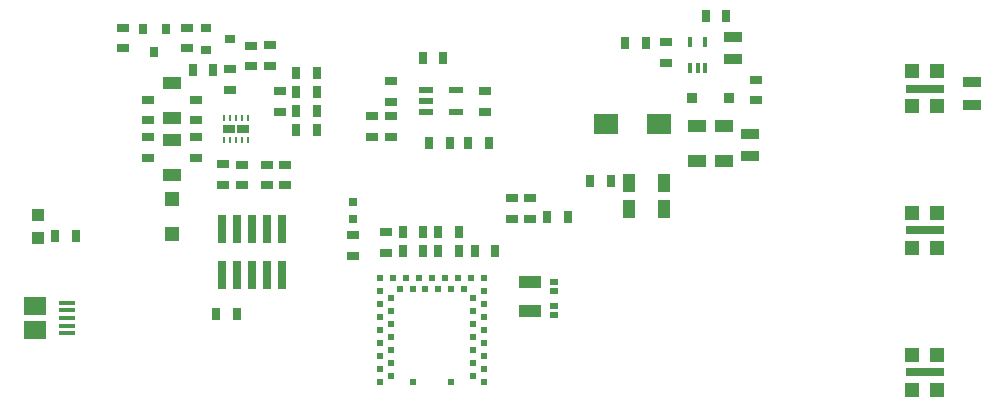
<source format=gbr>
%TF.GenerationSoftware,KiCad,Pcbnew,(5.1.2)-1*%
%TF.CreationDate,2019-05-30T14:12:01+02:00*%
%TF.ProjectId,LEOLED_rev1,4c454f4c-4544-45f7-9265-76312e6b6963,1*%
%TF.SameCoordinates,Original*%
%TF.FileFunction,Paste,Top*%
%TF.FilePolarity,Positive*%
%FSLAX46Y46*%
G04 Gerber Fmt 4.6, Leading zero omitted, Abs format (unit mm)*
G04 Created by KiCad (PCBNEW (5.1.2)-1) date 2019-05-30 14:12:01*
%MOMM*%
%LPD*%
G04 APERTURE LIST*
%ADD10R,1.900000X1.500000*%
%ADD11R,1.350000X0.400000*%
%ADD12R,0.500000X0.500000*%
%ADD13R,0.800000X0.800000*%
%ADD14R,1.000000X0.670000*%
%ADD15R,0.670000X1.000000*%
%ADD16R,1.100000X1.100000*%
%ADD17R,0.250000X0.500000*%
%ADD18R,1.080000X0.720000*%
%ADD19R,1.220000X1.250000*%
%ADD20R,1.500000X0.970000*%
%ADD21R,3.200000X0.700000*%
%ADD22R,1.150000X1.300000*%
%ADD23R,0.900000X0.950000*%
%ADD24R,1.900000X1.100000*%
%ADD25R,1.600000X1.000000*%
%ADD26R,0.650000X0.575000*%
%ADD27R,1.000000X1.600000*%
%ADD28R,0.740000X2.400000*%
%ADD29R,2.000000X1.800000*%
%ADD30R,0.900000X0.800000*%
%ADD31R,0.800000X0.900000*%
%ADD32R,1.300000X0.550000*%
%ADD33R,0.400000X0.900000*%
G04 APERTURE END LIST*
D10*
X1400000Y11300000D03*
D11*
X4100000Y10300000D03*
X4100000Y9650000D03*
X4100000Y9000000D03*
X4100000Y11600000D03*
X4100000Y10950000D03*
D10*
X1400000Y9300000D03*
D12*
X36650000Y4850000D03*
X33350000Y4850000D03*
X30600000Y4850000D03*
X31500000Y5400000D03*
X30600000Y5950000D03*
X31500000Y6500000D03*
X30600000Y7050000D03*
X31500000Y7600000D03*
X30600000Y8150000D03*
X31500000Y8700000D03*
X30600000Y9250000D03*
X31500000Y9800000D03*
X30600000Y10350000D03*
X31500000Y10900000D03*
X30600000Y11450000D03*
X31500000Y12000000D03*
X30600000Y12550000D03*
X30600000Y13650000D03*
X31700000Y13650000D03*
X32250000Y12750000D03*
X32800000Y13650000D03*
X33350000Y12750000D03*
X33900000Y13650000D03*
X34450000Y12750000D03*
X35000000Y13650000D03*
X35550000Y12750000D03*
X36100000Y13650000D03*
X36650000Y12750000D03*
X37200000Y13650000D03*
X37750000Y12750000D03*
X38300000Y13650000D03*
X39400000Y13650000D03*
X39400000Y12550000D03*
X38500000Y12000000D03*
X39400000Y11450000D03*
X38500000Y10900000D03*
X39400000Y10350000D03*
X38500000Y9800000D03*
X39400000Y9250000D03*
X38500000Y8700000D03*
X39400000Y8150000D03*
X38500000Y7600000D03*
X39400000Y7050000D03*
X38500000Y6500000D03*
X39400000Y5950000D03*
X38500000Y5400000D03*
X39400000Y4850000D03*
D13*
X28300000Y18630000D03*
X28300000Y20130000D03*
D14*
X43330000Y20435000D03*
X43330000Y18685000D03*
D15*
X44725000Y18840000D03*
X46475000Y18840000D03*
X3105000Y17200000D03*
X4855000Y17200000D03*
D16*
X1640000Y17050000D03*
X1640000Y19050000D03*
D14*
X41760000Y20425000D03*
X41760000Y18675000D03*
D15*
X16475000Y31300000D03*
X14725000Y31300000D03*
D17*
X17395517Y25349479D03*
X17895517Y25349479D03*
X18395517Y25349479D03*
X18895517Y25349479D03*
X19395517Y25349479D03*
X19395517Y27249479D03*
X18895517Y27249479D03*
X18395517Y27249479D03*
X17895517Y27249479D03*
X17395517Y27249479D03*
D18*
X18995517Y26299479D03*
X17795517Y26299479D03*
D19*
X13000000Y17425000D03*
X13000000Y20375000D03*
D20*
X60447686Y34090830D03*
X60447686Y32180830D03*
X80700000Y30255000D03*
X80700000Y28345000D03*
D21*
X76700000Y29700000D03*
D22*
X75675000Y28225000D03*
X77725000Y28225000D03*
X75675000Y31175000D03*
X77725000Y31175000D03*
D21*
X76700000Y17700000D03*
D22*
X75675000Y16225000D03*
X77725000Y16225000D03*
X75675000Y19175000D03*
X77725000Y19175000D03*
D21*
X76700000Y5700000D03*
D22*
X75675000Y4225000D03*
X77725000Y4225000D03*
X75675000Y7175000D03*
X77725000Y7175000D03*
D23*
X56972686Y28880830D03*
X60122686Y28880830D03*
D24*
X43332650Y13348958D03*
X43332650Y10848958D03*
D14*
X10995517Y25574479D03*
X10995517Y23824479D03*
X14995517Y25574479D03*
X14995517Y23824479D03*
X31500000Y28600000D03*
X31500000Y30350000D03*
X22595517Y21524479D03*
X22595517Y23274479D03*
X18895517Y21524479D03*
X18895517Y23274479D03*
D15*
X35525000Y16000000D03*
X37275000Y16000000D03*
D14*
X10995517Y27024479D03*
X10995517Y28774479D03*
X14995517Y27024479D03*
X14995517Y28774479D03*
X31500000Y27375000D03*
X31500000Y25625000D03*
X29900000Y27375000D03*
X29900000Y25625000D03*
D15*
X40375000Y16000000D03*
X38625000Y16000000D03*
X48368471Y21922623D03*
X50118471Y21922623D03*
D14*
X54847686Y31905830D03*
X54847686Y33655830D03*
D25*
X12995517Y25399479D03*
X12995517Y22399479D03*
X12995517Y27199479D03*
X12995517Y30199479D03*
D26*
X45332650Y10511458D03*
X45332650Y11286458D03*
X45332650Y12598958D03*
X45332650Y13373958D03*
D27*
X54643471Y21722623D03*
X51643471Y21722623D03*
X54643471Y19522623D03*
X51643471Y19522623D03*
D25*
X57463439Y23545033D03*
X57463439Y26545033D03*
X59763439Y23545033D03*
X59763439Y26545033D03*
D28*
X17260000Y13950000D03*
X17260000Y17850000D03*
X18530000Y13950000D03*
X18530000Y17850000D03*
X19800000Y13950000D03*
X19800000Y17850000D03*
X21070000Y13950000D03*
X21070000Y17850000D03*
X22340000Y13950000D03*
X22340000Y17850000D03*
D29*
X49697686Y26680830D03*
X54197686Y26680830D03*
D30*
X17895517Y33899479D03*
X15895517Y32949479D03*
X15895517Y34849479D03*
D31*
X11500000Y32800000D03*
X10550000Y34800000D03*
X12450000Y34800000D03*
D15*
X25275000Y29400000D03*
X23525000Y29400000D03*
X25275000Y27800000D03*
X23525000Y27800000D03*
D14*
X19700000Y33350000D03*
X19700000Y31600000D03*
D15*
X23525000Y31000000D03*
X25275000Y31000000D03*
X23525000Y26200000D03*
X25275000Y26200000D03*
D14*
X21300000Y31625000D03*
X21300000Y33375000D03*
X22100000Y29475000D03*
X22100000Y27725000D03*
X14295517Y33124479D03*
X14295517Y34874479D03*
X17895517Y31374479D03*
X17895517Y29624479D03*
X17295517Y21549479D03*
X17295517Y23299479D03*
D15*
X35525000Y17600000D03*
X37275000Y17600000D03*
D14*
X20995517Y23274479D03*
X20995517Y21524479D03*
D15*
X34200000Y32300000D03*
X35950000Y32300000D03*
D14*
X39500000Y29500000D03*
X39500000Y27750000D03*
D15*
X39800000Y25100000D03*
X38050000Y25100000D03*
X36500000Y25100000D03*
X34750000Y25100000D03*
D14*
X8800000Y33125000D03*
X8800000Y34875000D03*
X28300000Y17275000D03*
X28300000Y15525000D03*
D15*
X16700000Y10600000D03*
X18450000Y10600000D03*
X32525000Y17600000D03*
X34275000Y17600000D03*
D14*
X31100000Y15825000D03*
X31100000Y17575000D03*
D15*
X59922686Y35880830D03*
X58172686Y35880830D03*
X53122686Y33580830D03*
X51372686Y33580830D03*
D20*
X61963439Y23990033D03*
X61963439Y25900033D03*
D14*
X62400000Y30475000D03*
X62400000Y28725000D03*
D15*
X34275000Y16000000D03*
X32525000Y16000000D03*
D32*
X37000000Y29600000D03*
X37000000Y27700000D03*
X34500000Y27700000D03*
X34500000Y28650000D03*
X34500000Y29600000D03*
D33*
X56847686Y33680830D03*
X58147686Y33680830D03*
X57497686Y31480830D03*
X58147686Y31480830D03*
X56847686Y31480830D03*
M02*

</source>
